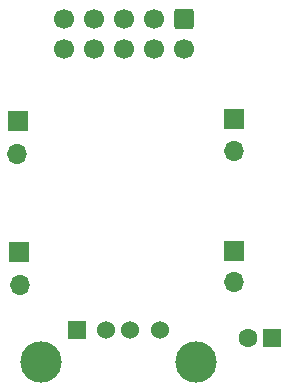
<source format=gbr>
%TF.GenerationSoftware,KiCad,Pcbnew,8.0.5*%
%TF.CreationDate,2024-12-20T11:43:53+13:00*%
%TF.ProjectId,eurorack_to_usb_MP1584EN,6575726f-7261-4636-9b5f-746f5f757362,rev?*%
%TF.SameCoordinates,Original*%
%TF.FileFunction,Soldermask,Bot*%
%TF.FilePolarity,Negative*%
%FSLAX46Y46*%
G04 Gerber Fmt 4.6, Leading zero omitted, Abs format (unit mm)*
G04 Created by KiCad (PCBNEW 8.0.5) date 2024-12-20 11:43:53*
%MOMM*%
%LPD*%
G01*
G04 APERTURE LIST*
G04 Aperture macros list*
%AMRoundRect*
0 Rectangle with rounded corners*
0 $1 Rounding radius*
0 $2 $3 $4 $5 $6 $7 $8 $9 X,Y pos of 4 corners*
0 Add a 4 corners polygon primitive as box body*
4,1,4,$2,$3,$4,$5,$6,$7,$8,$9,$2,$3,0*
0 Add four circle primitives for the rounded corners*
1,1,$1+$1,$2,$3*
1,1,$1+$1,$4,$5*
1,1,$1+$1,$6,$7*
1,1,$1+$1,$8,$9*
0 Add four rect primitives between the rounded corners*
20,1,$1+$1,$2,$3,$4,$5,0*
20,1,$1+$1,$4,$5,$6,$7,0*
20,1,$1+$1,$6,$7,$8,$9,0*
20,1,$1+$1,$8,$9,$2,$3,0*%
G04 Aperture macros list end*
%ADD10R,1.524000X1.524000*%
%ADD11C,1.524000*%
%ADD12C,3.500000*%
%ADD13R,1.600000X1.600000*%
%ADD14C,1.600000*%
%ADD15R,1.700000X1.700000*%
%ADD16O,1.700000X1.700000*%
%ADD17RoundRect,0.250000X-0.600000X0.600000X-0.600000X-0.600000X0.600000X-0.600000X0.600000X0.600000X0*%
%ADD18C,1.700000*%
G04 APERTURE END LIST*
D10*
%TO.C,J2*%
X144930000Y-106290000D03*
D11*
X147430000Y-106290000D03*
X149430000Y-106290000D03*
X151930000Y-106290000D03*
D12*
X141860000Y-109000000D03*
X155000000Y-109000000D03*
%TD*%
D13*
%TO.C,C1*%
X161455112Y-107000000D03*
D14*
X159455112Y-107000000D03*
%TD*%
D15*
%TO.C,J3*%
X158194800Y-88413400D03*
D16*
X158194800Y-91105800D03*
X158245600Y-102205600D03*
D15*
X158271000Y-99589400D03*
X140059200Y-99716400D03*
D16*
X140100000Y-102450000D03*
X139856000Y-91359800D03*
D15*
X139906800Y-88591200D03*
%TD*%
D17*
%TO.C,J1*%
X154000000Y-80000000D03*
D18*
X154000000Y-82540000D03*
X151460000Y-80000000D03*
X151460000Y-82540000D03*
X148920000Y-80000000D03*
X148920000Y-82540000D03*
X146380000Y-80000000D03*
X146380000Y-82540000D03*
X143840000Y-80000000D03*
X143840000Y-82540000D03*
%TD*%
M02*

</source>
